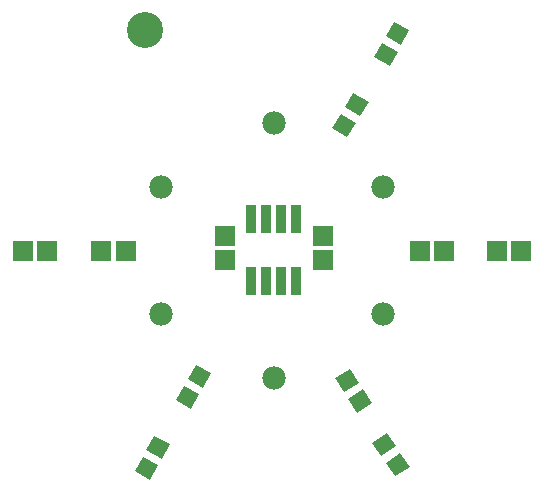
<source format=gts>
G04 MADE WITH FRITZING*
G04 WWW.FRITZING.ORG*
G04 DOUBLE SIDED*
G04 HOLES PLATED*
G04 CONTOUR ON CENTER OF CONTOUR VECTOR*
%ASAXBY*%
%FSLAX23Y23*%
%MOIN*%
%OFA0B0*%
%SFA1.0B1.0*%
%ADD10C,0.077559*%
%ADD11C,0.120236*%
%ADD12R,0.069055X0.065118*%
%ADD13R,0.034000X0.097000*%
%ADD14R,0.065118X0.069055*%
%ADD15C,0.010000*%
%LNMASK1*%
G90*
G70*
G54D10*
X602Y629D03*
X602Y1054D03*
X977Y1266D03*
X1340Y1054D03*
X1340Y629D03*
X977Y416D03*
G54D11*
X549Y1578D03*
G54D12*
X1140Y891D03*
X1140Y810D03*
X815Y891D03*
X815Y810D03*
G54D13*
X902Y741D03*
X952Y741D03*
X1002Y741D03*
X1052Y741D03*
X1052Y947D03*
X1002Y947D03*
X952Y947D03*
X902Y947D03*
G54D14*
X402Y841D03*
X483Y841D03*
X1545Y841D03*
X1465Y841D03*
X140Y841D03*
X220Y841D03*
X1802Y841D03*
X1721Y841D03*
G54D15*
G36*
X678Y392D02*
X729Y363D01*
X702Y315D01*
X650Y344D01*
X678Y392D01*
G37*
D02*
G36*
X717Y462D02*
X769Y433D01*
X742Y385D01*
X690Y414D01*
X717Y462D01*
G37*
D02*
G36*
X1264Y1289D02*
X1214Y1320D01*
X1242Y1367D01*
X1293Y1336D01*
X1264Y1289D01*
G37*
D02*
G36*
X1222Y1220D02*
X1172Y1251D01*
X1200Y1298D01*
X1251Y1267D01*
X1222Y1220D01*
G37*
D02*
G36*
X1225Y348D02*
X1275Y380D01*
X1304Y334D01*
X1255Y302D01*
X1225Y348D01*
G37*
D02*
G36*
X1181Y416D02*
X1231Y448D01*
X1261Y402D01*
X1211Y370D01*
X1181Y416D01*
G37*
D02*
G36*
X540Y155D02*
X591Y126D01*
X564Y78D01*
X513Y106D01*
X540Y155D01*
G37*
D02*
G36*
X579Y225D02*
X631Y196D01*
X604Y148D01*
X552Y177D01*
X579Y225D01*
G37*
D02*
G36*
X1402Y1528D02*
X1350Y1556D01*
X1377Y1605D01*
X1429Y1576D01*
X1402Y1528D01*
G37*
D02*
G36*
X1363Y1457D02*
X1311Y1486D01*
X1338Y1534D01*
X1390Y1505D01*
X1363Y1457D01*
G37*
D02*
G36*
X1350Y135D02*
X1399Y168D01*
X1430Y122D01*
X1381Y89D01*
X1350Y135D01*
G37*
D02*
G36*
X1304Y201D02*
X1353Y235D01*
X1384Y189D01*
X1335Y156D01*
X1304Y201D01*
G37*
D02*
G04 End of Mask1*
M02*
</source>
